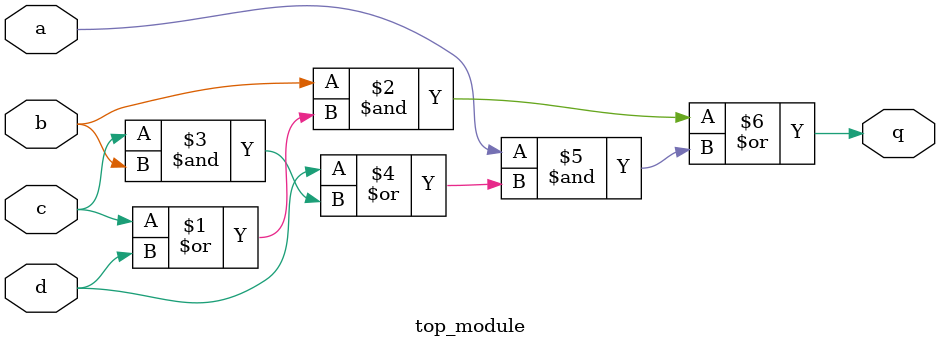
<source format=sv>
module top_module (
    input a, 
    input b, 
    input c, 
    input d,
    output q
);
    assign q = b & (c | d) | a & (d | c & b);
endmodule

</source>
